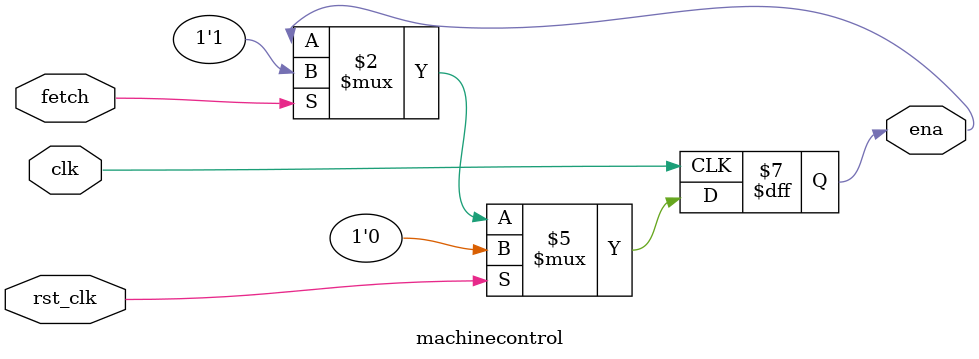
<source format=v>
module machinecontrol(ena,fetch,rst_clk,clk);
input fetch,rst_clk,clk;
output ena;
reg ena;
reg state;
always @(posedge clk) begin
  if (rst_clk) begin
    ena <= 0;
  end
  else begin
    if(fetch) begin
      ena <= 1;
    end
  end
end
endmodule
</source>
